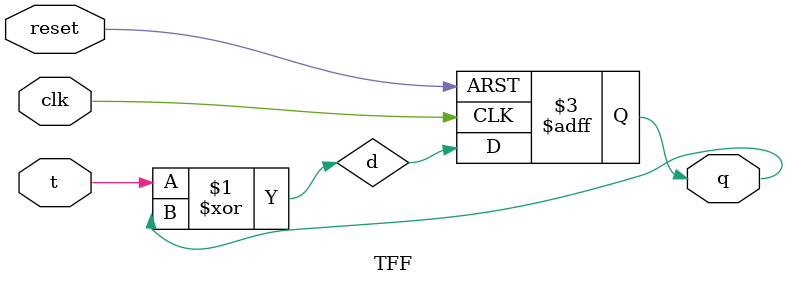
<source format=v>
`timescale 1ns/1ps

module FSM_1( clk, reset, in, out );

input	clk, reset;
input	in;
output	out;
wire	a, b;
wire	t0, t1, t2;


and		a0( t0, b, in );
and		a1(	t1, a, b );
or		o0( t2, t0, t1); // t2 = b(in + a)
TFF		T0( .clk(clk), .reset(reset), .t(t2), .q(a) );
TFF		T1( .clk(clk), .reset(reset), .t(in), .q(b) );
and		a2( out, a, b );

endmodule


module TFF( clk, reset, t, q );

input	clk, reset;
input	t;
output	q;
reg		q;
wire	d;

xor	x0( d, t, q);

always@( posedge clk, posedge reset)
begin
	
	if(reset)
		q <= 1'b0;
	else
		q <= d; // q_next = q t_bar + t q_bar
		
end 

endmodule
</source>
